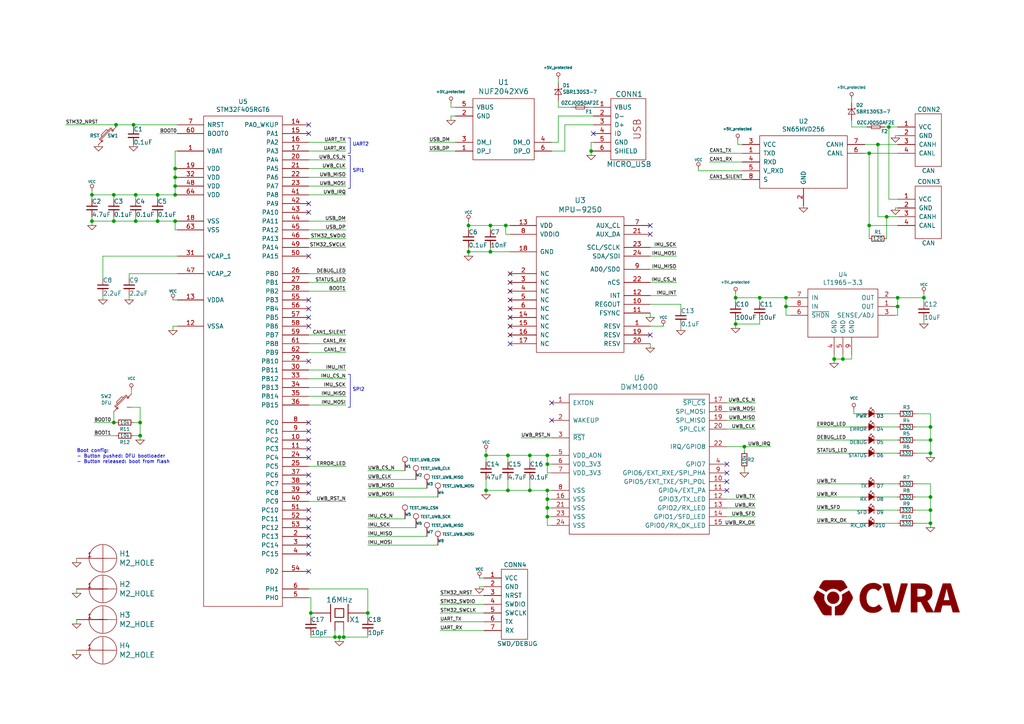
<source format=kicad_sch>
(kicad_sch (version 20230121) (generator eeschema)
  (paper "A4")
  (title_block (title "Beacon board") (date "2018-02-03") (rev "1.1") (company "CVRA (Club Vaudois de Robotique Autonome)") (comment 1 "Universal beacon system board for Eurobot"))
  (junction (at 257.175 62.865))
  (junction (at 260.35 88.9))
  (junction (at 257.81 36.83))
  (junction (at 50.8 53.975))
  (junction (at 244.475 104.14))
  (junction (at 260.35 86.36))
  (junction (at 33.02 56.515))
  (junction (at 45.72 64.135))
  (junction (at 269.875 151.765))
  (junction (at 142.24 65.405))
  (junction (at 38.735 36.195))
  (junction (at 50.8 56.515))
  (junction (at 140.97 142.24))
  (junction (at 39.37 64.135))
  (junction (at 33.02 122.555))
  (junction (at 98.425 184.785))
  (junction (at 106.68 177.8))
  (junction (at 33.02 64.135))
  (junction (at 213.36 86.36))
  (junction (at 146.685 65.405))
  (junction (at 90.17 177.8))
  (junction (at 33.655 36.195))
  (junction (at 50.8 51.435))
  (junction (at 153.67 142.24))
  (junction (at 213.36 93.98))
  (junction (at 99.695 184.785))
  (junction (at 97.155 184.785))
  (junction (at 252.095 65.405))
  (junction (at 158.75 142.24))
  (junction (at 269.875 131.445))
  (junction (at 40.64 122.555))
  (junction (at 50.8 48.895))
  (junction (at 158.75 149.86))
  (junction (at 45.72 56.515))
  (junction (at 158.75 134.62))
  (junction (at 50.8 64.135))
  (junction (at 26.67 56.515))
  (junction (at 140.97 132.08))
  (junction (at 158.75 147.32))
  (junction (at 227.965 86.36))
  (junction (at 220.345 86.36))
  (junction (at 147.32 132.08))
  (junction (at 135.89 65.405))
  (junction (at 158.75 132.08))
  (junction (at 269.875 123.825))
  (junction (at 158.75 144.78))
  (junction (at 252.095 44.45))
  (junction (at 39.37 56.515))
  (junction (at 40.64 126.365))
  (junction (at 267.97 86.36))
  (junction (at 227.965 88.9))
  (junction (at 269.875 144.145))
  (junction (at 254.635 41.91))
  (junction (at 142.24 73.025))
  (junction (at 269.875 147.955))
  (junction (at 147.32 142.24))
  (junction (at 153.67 132.08))
  (junction (at 215.9 129.54))
  (junction (at 135.89 73.025))
  (junction (at 269.875 127.635))
  (junction (at 171.45 43.815))
  (junction (at 26.67 64.135))
  (junction (at 241.935 104.14))
  (no_connect (at 89.535 86.995))
  (no_connect (at 89.535 74.295))
  (no_connect (at 89.535 61.595))
  (no_connect (at 210.82 142.24))
  (no_connect (at 147.955 99.695))
  (no_connect (at 89.535 142.875))
  (no_connect (at 160.02 121.92))
  (no_connect (at 188.595 97.155))
  (no_connect (at 89.535 155.575))
  (no_connect (at 89.535 160.655))
  (no_connect (at 147.955 97.155))
  (no_connect (at 89.535 147.955))
  (no_connect (at 89.535 130.175))
  (no_connect (at 89.535 104.775))
  (no_connect (at 89.535 36.195))
  (no_connect (at 147.955 81.915))
  (no_connect (at 147.955 86.995))
  (no_connect (at 160.02 116.84))
  (no_connect (at 210.82 137.16))
  (no_connect (at 89.535 150.495))
  (no_connect (at 147.955 94.615))
  (no_connect (at 89.535 92.075))
  (no_connect (at 89.535 132.715))
  (no_connect (at 147.955 79.375))
  (no_connect (at 188.595 67.945))
  (no_connect (at 89.535 122.555))
  (no_connect (at 89.535 59.055))
  (no_connect (at 147.955 92.075))
  (no_connect (at 89.535 125.095))
  (no_connect (at 89.535 127.635))
  (no_connect (at 89.535 89.535))
  (no_connect (at 147.955 84.455))
  (no_connect (at 89.535 165.735))
  (no_connect (at 188.595 65.405))
  (no_connect (at 210.82 134.62))
  (no_connect (at 147.955 89.535))
  (no_connect (at 89.535 140.335))
  (no_connect (at 89.535 137.795))
  (no_connect (at 89.535 153.035))
  (no_connect (at 172.085 38.735))
  (no_connect (at 89.535 38.735))
  (no_connect (at 210.82 139.7))
  (no_connect (at 89.535 94.615))
  (no_connect (at 89.535 158.115))
  (wire (pts (xy 247.65 120.015) (xy 250.19 120.015)))
  (wire (pts (xy 215.9 130.81) (xy 215.9 129.54)))
  (wire (pts (xy 153.67 132.08) (xy 153.67 133.985)))
  (wire (pts (xy 38.735 122.555) (xy 40.64 122.555)))
  (wire (pts (xy 241.935 104.14) (xy 244.475 104.14)))
  (wire (pts (xy 37.465 86.995) (xy 37.465 85.725)))
  (wire (pts (xy 213.36 93.98) (xy 213.36 95.25)))
  (wire (pts (xy 29.845 74.295) (xy 51.435 74.295)))
  (wire (pts (xy 89.535 173.355) (xy 90.17 173.355)))
  (wire (pts (xy 50.165 86.995) (xy 51.435 86.995)))
  (wire (pts (xy 255.27 140.335) (xy 260.35 140.335)))
  (wire (pts (xy 259.715 60.96) (xy 259.715 60.325)))
  (wire (pts (xy 250.825 44.45) (xy 252.095 44.45)))
  (wire (pts (xy 100.33 84.455) (xy 89.535 84.455)))
  (wire (pts (xy 153.67 142.24) (xy 158.75 142.24)))
  (wire (pts (xy 158.75 142.24) (xy 158.75 144.78)))
  (wire (pts (xy 100.33 135.255) (xy 89.535 135.255)))
  (wire (pts (xy 269.875 147.955) (xy 265.43 147.955)))
  (wire (pts (xy 38.735 36.195) (xy 38.735 36.83)))
  (wire (pts (xy 100.33 48.895) (xy 89.535 48.895)))
  (wire (pts (xy 257.81 36.83) (xy 260.35 36.83)))
  (wire (pts (xy 244.475 104.14) (xy 247.015 104.14)))
  (wire (pts (xy 142.24 73.025) (xy 147.955 73.025)))
  (wire (pts (xy 29.845 86.995) (xy 29.845 85.725)))
  (wire (pts (xy 255.27 144.145) (xy 260.35 144.145)))
  (wire (pts (xy 171.45 41.275) (xy 171.45 43.815)))
  (wire (pts (xy 250.19 140.335) (xy 236.855 140.335)))
  (wire (pts (xy 97.155 184.785) (xy 97.155 182.88)))
  (wire (pts (xy 171.45 43.815) (xy 172.085 43.815)))
  (wire (pts (xy 259.715 86.36) (xy 260.35 86.36)))
  (wire (pts (xy 100.33 97.155) (xy 89.535 97.155)))
  (wire (pts (xy 250.19 144.145) (xy 236.855 144.145)))
  (wire (pts (xy 100.33 71.755) (xy 89.535 71.755)))
  (wire (pts (xy 140.97 142.24) (xy 140.97 143.51)))
  (wire (pts (xy 269.875 144.145) (xy 265.43 144.145)))
  (wire (pts (xy 100.33 81.915) (xy 89.535 81.915)))
  (wire (pts (xy 213.995 40.64) (xy 213.995 41.91)))
  (wire (pts (xy 90.17 177.8) (xy 90.17 179.07)))
  (wire (pts (xy 252.095 65.405) (xy 260.35 65.405)))
  (wire (pts (xy 45.72 56.515) (xy 50.8 56.515)))
  (wire (pts (xy 40.64 118.11) (xy 40.64 122.555)))
  (wire (pts (xy 147.32 132.08) (xy 153.67 132.08)))
  (wire (pts (xy 219.075 121.92) (xy 210.82 121.92)))
  (wire (pts (xy 106.68 184.785) (xy 106.68 184.15)))
  (wire (pts (xy 252.095 65.405) (xy 252.095 69.215)))
  (wire (pts (xy 29.845 80.645) (xy 29.845 74.295)))
  (wire (pts (xy 188.595 90.805) (xy 188.595 92.075)))
  (wire (pts (xy 227.965 88.9) (xy 227.965 91.44)))
  (wire (pts (xy 100.33 112.395) (xy 89.535 112.395)))
  (wire (pts (xy 106.68 150.495) (xy 117.475 150.495)))
  (wire (pts (xy 22.225 163.195) (xy 22.225 161.925)))
  (wire (pts (xy 139.065 170.18) (xy 140.335 170.18)))
  (wire (pts (xy 227.965 86.36) (xy 227.965 88.9)))
  (polyline (pts (xy 101.6 40.005) (xy 101.6 44.45)))
  (wire (pts (xy 22.225 189.865) (xy 22.225 188.595)))
  (wire (pts (xy 250.19 151.765) (xy 236.855 151.765)))
  (wire (pts (xy 210.82 147.32) (xy 219.075 147.32)))
  (wire (pts (xy 269.875 151.765) (xy 269.875 153.035)))
  (wire (pts (xy 151.13 127) (xy 160.02 127)))
  (wire (pts (xy 250.19 147.955) (xy 236.855 147.955)))
  (polyline (pts (xy 101.6 45.085) (xy 101.6 54.61)))
  (wire (pts (xy 158.75 152.4) (xy 160.02 152.4)))
  (wire (pts (xy 161.925 41.275) (xy 161.925 33.655)))
  (wire (pts (xy 90.17 177.8) (xy 90.805 177.8)))
  (wire (pts (xy 241.935 104.14) (xy 241.935 105.41)))
  (wire (pts (xy 244.475 104.14) (xy 244.475 102.87)))
  (wire (pts (xy 158.75 134.62) (xy 160.02 134.62)))
  (wire (pts (xy 106.68 136.525) (xy 117.475 136.525)))
  (wire (pts (xy 210.82 119.38) (xy 219.075 119.38)))
  (wire (pts (xy 100.33 109.855) (xy 89.535 109.855)))
  (wire (pts (xy 106.68 153.035) (xy 120.65 153.035)))
  (wire (pts (xy 33.02 56.515) (xy 33.02 57.785)))
  (wire (pts (xy 213.995 41.91) (xy 215.265 41.91)))
  (wire (pts (xy 252.095 44.45) (xy 260.35 44.45)))
  (wire (pts (xy 45.72 56.515) (xy 45.72 57.785)))
  (wire (pts (xy 259.715 88.9) (xy 260.35 88.9)))
  (wire (pts (xy 257.175 62.865) (xy 260.35 62.865)))
  (wire (pts (xy 50.8 51.435) (xy 50.8 48.895)))
  (wire (pts (xy 196.215 81.915) (xy 188.595 81.915)))
  (wire (pts (xy 188.595 88.265) (xy 197.485 88.265)))
  (wire (pts (xy 135.89 64.135) (xy 135.89 65.405)))
  (wire (pts (xy 100.33 69.215) (xy 89.535 69.215)))
  (wire (pts (xy 205.74 52.07) (xy 215.265 52.07)))
  (wire (pts (xy 269.875 144.145) (xy 269.875 147.955)))
  (wire (pts (xy 255.27 147.955) (xy 260.35 147.955)))
  (wire (pts (xy 210.82 144.78) (xy 219.075 144.78)))
  (wire (pts (xy 220.345 86.36) (xy 227.965 86.36)))
  (wire (pts (xy 219.075 116.84) (xy 210.82 116.84)))
  (wire (pts (xy 106.68 155.575) (xy 123.825 155.575)))
  (wire (pts (xy 259.715 39.37) (xy 259.715 40.005)))
  (wire (pts (xy 106.68 170.815) (xy 106.68 177.8)))
  (wire (pts (xy 146.685 65.405) (xy 147.955 65.405)))
  (wire (pts (xy 26.67 64.135) (xy 26.67 65.405)))
  (wire (pts (xy 50.8 48.895) (xy 50.8 43.815)))
  (wire (pts (xy 254.635 41.91) (xy 260.35 41.91)))
  (wire (pts (xy 202.565 48.895) (xy 202.565 49.53)))
  (wire (pts (xy 213.36 86.36) (xy 220.345 86.36)))
  (wire (pts (xy 100.33 117.475) (xy 89.535 117.475)))
  (wire (pts (xy 51.435 38.735) (xy 46.355 38.735)))
  (wire (pts (xy 205.74 46.99) (xy 215.265 46.99)))
  (wire (pts (xy 213.36 85.09) (xy 213.36 86.36)))
  (wire (pts (xy 106.68 177.8) (xy 106.68 179.07)))
  (wire (pts (xy 51.435 66.675) (xy 50.8 66.675)))
  (wire (pts (xy 100.33 41.275) (xy 89.535 41.275)))
  (wire (pts (xy 97.155 184.785) (xy 98.425 184.785)))
  (wire (pts (xy 188.595 94.615) (xy 192.405 94.615)))
  (wire (pts (xy 39.37 64.135) (xy 39.37 62.865)))
  (wire (pts (xy 269.875 123.825) (xy 265.43 123.825)))
  (wire (pts (xy 213.36 92.71) (xy 213.36 93.98)))
  (wire (pts (xy 50.8 56.515) (xy 50.8 53.975)))
  (wire (pts (xy 210.82 129.54) (xy 215.9 129.54)))
  (wire (pts (xy 247.015 34.925) (xy 247.015 36.83)))
  (wire (pts (xy 269.875 127.635) (xy 269.875 131.445)))
  (wire (pts (xy 250.19 131.445) (xy 236.855 131.445)))
  (wire (pts (xy 127.635 177.8) (xy 140.335 177.8)))
  (wire (pts (xy 139.065 167.64) (xy 140.335 167.64)))
  (wire (pts (xy 100.33 53.975) (xy 89.535 53.975)))
  (wire (pts (xy 99.695 184.785) (xy 106.68 184.785)))
  (wire (pts (xy 140.97 130.81) (xy 140.97 132.08)))
  (wire (pts (xy 50.8 43.815) (xy 51.435 43.815)))
  (wire (pts (xy 40.64 127.635) (xy 40.64 126.365)))
  (wire (pts (xy 269.875 127.635) (xy 265.43 127.635)))
  (wire (pts (xy 38.1 113.03) (xy 38.1 114.3)))
  (wire (pts (xy 153.67 139.065) (xy 153.67 142.24)))
  (wire (pts (xy 50.8 66.675) (xy 50.8 64.135)))
  (wire (pts (xy 269.875 140.335) (xy 265.43 140.335)))
  (wire (pts (xy 89.535 99.695) (xy 100.33 99.695)))
  (wire (pts (xy 39.37 57.785) (xy 39.37 56.515)))
  (wire (pts (xy 142.24 73.025) (xy 142.24 71.755)))
  (wire (pts (xy 158.75 147.32) (xy 160.02 147.32)))
  (wire (pts (xy 39.37 56.515) (xy 45.72 56.515)))
  (wire (pts (xy 51.435 51.435) (xy 50.8 51.435)))
  (wire (pts (xy 247.015 28.575) (xy 247.015 29.845)))
  (wire (pts (xy 255.27 151.765) (xy 260.35 151.765)))
  (wire (pts (xy 147.32 142.24) (xy 153.67 142.24)))
  (wire (pts (xy 255.27 131.445) (xy 260.35 131.445)))
  (wire (pts (xy 142.24 65.405) (xy 146.685 65.405)))
  (wire (pts (xy 196.215 85.725) (xy 188.595 85.725)))
  (wire (pts (xy 254.635 62.865) (xy 257.175 62.865)))
  (wire (pts (xy 33.02 56.515) (xy 39.37 56.515)))
  (wire (pts (xy 205.74 44.45) (xy 215.265 44.45)))
  (wire (pts (xy 147.32 132.08) (xy 147.32 133.985)))
  (wire (pts (xy 158.75 137.16) (xy 160.02 137.16)))
  (wire (pts (xy 142.24 66.675) (xy 142.24 65.405)))
  (wire (pts (xy 40.64 122.555) (xy 40.64 126.365)))
  (wire (pts (xy 259.715 60.325) (xy 260.35 60.325)))
  (wire (pts (xy 210.82 149.86) (xy 219.075 149.86)))
  (wire (pts (xy 38.735 42.545) (xy 38.735 41.91)))
  (wire (pts (xy 197.485 95.885) (xy 197.485 94.615)))
  (wire (pts (xy 100.33 114.935) (xy 89.535 114.935)))
  (wire (pts (xy 40.64 126.365) (xy 38.735 126.365)))
  (wire (pts (xy 22.225 180.975) (xy 22.225 179.705)))
  (wire (pts (xy 50.8 53.975) (xy 51.435 53.975)))
  (wire (pts (xy 135.89 73.025) (xy 135.89 74.295)))
  (wire (pts (xy 161.925 29.21) (xy 161.925 31.115)))
  (polyline (pts (xy 101.6 44.45) (xy 100.965 44.45)))
  (polyline (pts (xy 100.965 108.585) (xy 101.6 108.585)))
  (wire (pts (xy 158.75 142.24) (xy 160.02 142.24)))
  (wire (pts (xy 267.97 93.98) (xy 267.97 92.71)))
  (wire (pts (xy 140.97 132.08) (xy 147.32 132.08)))
  (wire (pts (xy 257.175 69.215) (xy 257.175 62.865)))
  (wire (pts (xy 227.965 91.44) (xy 229.235 91.44)))
  (wire (pts (xy 100.33 43.815) (xy 89.535 43.815)))
  (wire (pts (xy 257.81 57.785) (xy 260.35 57.785)))
  (polyline (pts (xy 101.6 108.585) (xy 101.6 118.11)))
  (wire (pts (xy 250.825 41.91) (xy 254.635 41.91)))
  (wire (pts (xy 33.655 36.83) (xy 33.655 36.195)))
  (polyline (pts (xy 100.965 45.085) (xy 101.6 45.085)))
  (wire (pts (xy 196.215 74.295) (xy 188.595 74.295)))
  (wire (pts (xy 45.72 64.135) (xy 45.72 62.865)))
  (wire (pts (xy 158.75 132.08) (xy 158.75 134.62)))
  (wire (pts (xy 269.875 120.015) (xy 269.875 123.825)))
  (wire (pts (xy 135.89 65.405) (xy 142.24 65.405)))
  (wire (pts (xy 89.535 102.235) (xy 100.33 102.235)))
  (wire (pts (xy 135.89 73.025) (xy 142.24 73.025)))
  (wire (pts (xy 127.635 172.72) (xy 140.335 172.72)))
  (wire (pts (xy 106.68 158.115) (xy 127 158.115)))
  (wire (pts (xy 33.02 119.38) (xy 33.02 122.555)))
  (wire (pts (xy 260.35 91.44) (xy 259.715 91.44)))
  (wire (pts (xy 260.35 39.37) (xy 259.715 39.37)))
  (wire (pts (xy 196.215 71.755) (xy 188.595 71.755)))
  (wire (pts (xy 22.225 172.085) (xy 22.225 170.815)))
  (wire (pts (xy 146.685 65.405) (xy 146.685 67.945)))
  (polyline (pts (xy 101.6 118.11) (xy 100.965 118.11)))
  (wire (pts (xy 158.75 144.78) (xy 160.02 144.78)))
  (wire (pts (xy 106.68 139.065) (xy 120.65 139.065)))
  (wire (pts (xy 172.085 36.195) (xy 163.83 36.195)))
  (wire (pts (xy 100.33 66.675) (xy 89.535 66.675)))
  (wire (pts (xy 26.67 55.245) (xy 26.67 56.515)))
  (wire (pts (xy 50.8 48.895) (xy 51.435 48.895)))
  (wire (pts (xy 161.925 33.655) (xy 172.085 33.655)))
  (wire (pts (xy 140.335 175.26) (xy 127.635 175.26)))
  (wire (pts (xy 26.67 64.135) (xy 33.02 64.135)))
  (wire (pts (xy 269.875 147.955) (xy 269.875 151.765)))
  (wire (pts (xy 130.81 29.845) (xy 130.81 31.115)))
  (wire (pts (xy 33.02 122.555) (xy 27.305 122.555)))
  (wire (pts (xy 202.565 49.53) (xy 215.265 49.53)))
  (wire (pts (xy 250.19 127.635) (xy 236.855 127.635)))
  (wire (pts (xy 267.97 86.36) (xy 267.97 87.63)))
  (wire (pts (xy 90.17 173.355) (xy 90.17 177.8)))
  (wire (pts (xy 171.45 41.275) (xy 172.085 41.275)))
  (wire (pts (xy 158.75 149.86) (xy 158.75 152.4)))
  (wire (pts (xy 90.17 184.785) (xy 97.155 184.785)))
  (wire (pts (xy 19.05 36.195) (xy 33.655 36.195)))
  (wire (pts (xy 28.575 42.545) (xy 28.575 41.91)))
  (wire (pts (xy 247.015 104.14) (xy 247.015 102.87)))
  (wire (pts (xy 197.485 88.265) (xy 197.485 89.535)))
  (wire (pts (xy 135.89 65.405) (xy 135.89 66.675)))
  (wire (pts (xy 124.46 41.275) (xy 132.08 41.275)))
  (wire (pts (xy 161.925 22.86) (xy 161.925 24.13)))
  (wire (pts (xy 98.425 184.785) (xy 98.425 186.055)))
  (wire (pts (xy 213.36 86.36) (xy 213.36 87.63)))
  (wire (pts (xy 158.75 144.78) (xy 158.75 147.32)))
  (wire (pts (xy 269.875 151.765) (xy 265.43 151.765)))
  (wire (pts (xy 106.68 141.605) (xy 123.825 141.605)))
  (wire (pts (xy 99.695 184.785) (xy 99.695 182.88)))
  (wire (pts (xy 26.67 62.865) (xy 26.67 64.135)))
  (wire (pts (xy 255.27 123.825) (xy 260.35 123.825)))
  (wire (pts (xy 100.33 56.515) (xy 89.535 56.515)))
  (polyline (pts (xy 101.6 54.61) (xy 100.965 54.61)))
  (wire (pts (xy 158.75 149.86) (xy 160.02 149.86)))
  (wire (pts (xy 161.925 31.115) (xy 165.735 31.115)))
  (wire (pts (xy 89.535 170.815) (xy 106.68 170.815)))
  (wire (pts (xy 139.065 170.815) (xy 139.065 170.18)))
  (wire (pts (xy 127.635 182.88) (xy 140.335 182.88)))
  (wire (pts (xy 257.81 57.785) (xy 257.81 36.83)))
  (wire (pts (xy 153.67 132.08) (xy 158.75 132.08)))
  (wire (pts (xy 170.815 31.115) (xy 172.085 31.115)))
  (wire (pts (xy 51.435 79.375) (xy 37.465 79.375)))
  (wire (pts (xy 163.83 43.815) (xy 160.02 43.815)))
  (wire (pts (xy 269.875 131.445) (xy 269.875 132.715)))
  (wire (pts (xy 100.33 51.435) (xy 89.535 51.435)))
  (wire (pts (xy 227.965 88.9) (xy 229.235 88.9)))
  (wire (pts (xy 147.32 139.065) (xy 147.32 142.24)))
  (wire (pts (xy 130.81 34.925) (xy 130.81 33.655)))
  (wire (pts (xy 132.08 43.815) (xy 124.46 43.815)))
  (wire (pts (xy 210.82 124.46) (xy 219.075 124.46)))
  (wire (pts (xy 135.89 71.755) (xy 135.89 73.025)))
  (wire (pts (xy 50.165 95.885) (xy 50.165 94.615)))
  (wire (pts (xy 50.8 64.135) (xy 51.435 64.135)))
  (wire (pts (xy 27.305 126.365) (xy 33.655 126.365)))
  (wire (pts (xy 39.37 64.135) (xy 45.72 64.135)))
  (wire (pts (xy 171.45 43.815) (xy 171.45 45.085)))
  (wire (pts (xy 140.335 180.34) (xy 127.635 180.34)))
  (wire (pts (xy 50.8 53.975) (xy 50.8 51.435)))
  (wire (pts (xy 146.685 67.945) (xy 147.955 67.945)))
  (wire (pts (xy 45.72 64.135) (xy 50.8 64.135)))
  (wire (pts (xy 100.33 145.415) (xy 89.535 145.415)))
  (wire (pts (xy 267.97 85.09) (xy 267.97 86.36)))
  (wire (pts (xy 210.82 152.4) (xy 219.075 152.4)))
  (wire (pts (xy 140.97 132.08) (xy 140.97 133.985)))
  (wire (pts (xy 130.81 33.655) (xy 132.08 33.655)))
  (wire (pts (xy 130.81 31.115) (xy 132.08 31.115)))
  (wire (pts (xy 26.67 56.515) (xy 26.67 57.785)))
  (wire (pts (xy 89.535 107.315) (xy 100.33 107.315)))
  (wire (pts (xy 163.83 36.195) (xy 163.83 43.815)))
  (wire (pts (xy 33.655 122.555) (xy 33.02 122.555)))
  (wire (pts (xy 90.17 184.15) (xy 90.17 184.785)))
  (wire (pts (xy 247.015 36.83) (xy 251.46 36.83)))
  (wire (pts (xy 256.54 36.83) (xy 257.81 36.83)))
  (wire (pts (xy 220.345 93.98) (xy 220.345 92.71)))
  (wire (pts (xy 158.75 147.32) (xy 158.75 149.86)))
  (wire (pts (xy 269.875 131.445) (xy 265.43 131.445)))
  (wire (pts (xy 33.02 64.135) (xy 39.37 64.135)))
  (wire (pts (xy 106.68 177.8) (xy 106.045 177.8)))
  (wire (pts (xy 215.9 137.16) (xy 215.9 135.89)))
  (wire (pts (xy 100.33 79.375) (xy 89.535 79.375)))
  (wire (pts (xy 106.68 144.145) (xy 127 144.145)))
  (wire (pts (xy 250.19 123.825) (xy 236.855 123.825)))
  (wire (pts (xy 247.65 118.745) (xy 247.65 120.015)))
  (wire (pts (xy 269.875 120.015) (xy 265.43 120.015)))
  (wire (pts (xy 188.595 99.695) (xy 188.595 100.965)))
  (wire (pts (xy 160.02 41.275) (xy 161.925 41.275)))
  (wire (pts (xy 215.9 129.54) (xy 223.52 129.54)))
  (wire (pts (xy 269.875 123.825) (xy 269.875 127.635)))
  (wire (pts (xy 89.535 64.135) (xy 100.33 64.135)))
  (wire (pts (xy 227.965 86.36) (xy 229.235 86.36)))
  (wire (pts (xy 254.635 62.865) (xy 254.635 41.91)))
  (wire (pts (xy 33.655 36.195) (xy 38.735 36.195)))
  (wire (pts (xy 252.095 44.45) (xy 252.095 65.405)))
  (wire (pts (xy 140.97 142.24) (xy 147.32 142.24)))
  (wire (pts (xy 158.75 134.62) (xy 158.75 137.16)))
  (wire (pts (xy 269.875 140.335) (xy 269.875 144.145)))
  (wire (pts (xy 260.35 86.36) (xy 267.97 86.36)))
  (wire (pts (xy 38.1 118.11) (xy 40.64 118.11)))
  (wire (pts (xy 233.045 60.325) (xy 233.045 59.69)))
  (wire (pts (xy 255.27 127.635) (xy 260.35 127.635)))
  (wire (pts (xy 38.735 36.195) (xy 51.435 36.195)))
  (wire (pts (xy 241.935 102.87) (xy 241.935 104.14)))
  (wire (pts (xy 140.97 139.065) (xy 140.97 142.24)))
  (wire (pts (xy 158.75 132.08) (xy 160.02 132.08)))
  (wire (pts (xy 98.425 184.785) (xy 99.695 184.785)))
  (wire (pts (xy 50.165 94.615) (xy 51.435 94.615)))
  (wire (pts (xy 33.02 64.135) (xy 33.02 62.865)))
  (wire (pts (xy 255.27 120.015) (xy 260.35 120.015)))
  (wire (pts (xy 37.465 79.375) (xy 37.465 80.645)))
  (wire (pts (xy 260.35 88.9) (xy 260.35 91.44)))
  (wire (pts (xy 196.215 78.105) (xy 188.595 78.105)))
  (wire (pts (xy 260.35 86.36) (xy 260.35 88.9)))
  (polyline (pts (xy 100.965 40.005) (xy 101.6 40.005)))
  (wire (pts (xy 220.345 87.63) (xy 220.345 86.36)))
  (wire (pts (xy 26.67 56.515) (xy 33.02 56.515)))
  (wire (pts (xy 50.8 56.515) (xy 51.435 56.515)))
  (wire (pts (xy 100.33 46.355) (xy 89.535 46.355)))
  (wire (pts (xy 213.36 93.98) (xy 220.345 93.98)))
  (text "SPI1" (at 102.235 50.165 0) (effects (font (size 0.9906 0.9906)) (justify left bottom)))
  (text "SPI2" (at 102.235 113.665 0) (effects (font (size 0.9906 0.9906)) (justify left bottom)))
  (text "Boot config:\n- Button pushed: DFU bootloader\n- Button released: boot from flash" (at 22.225 134.62 0) (effects (font (size 0.9906 0.9906)) (justify left bottom)))
  (text "UART2" (at 102.235 42.545 0) (effects (font (size 0.9906 0.9906)) (justify left bottom)))
  (label "STM32_SWCLK" (at 127.635 177.8 0) (effects (font (size 0.9906 0.9906))))
  (label "USB_DM" (at 100.33 64.135 180) (effects (font (size 0.9906 0.9906))))
  (label "CAN1_SILENT" (at 205.74 52.07 0) (effects (font (size 0.9906 0.9906))))
  (label "IMU_MOSI" (at 100.33 117.475 180) (effects (font (size 0.9906 0.9906))))
  (label "UWB_RX" (at 219.075 147.32 180) (effects (font (size 0.9906 0.9906))))
  (label "DEBUG_LED" (at 100.33 79.375 180) (effects (font (size 0.9906 0.9906))))
  (label "UWB_CS_N" (at 219.075 116.84 180) (effects (font (size 0.9906 0.9906))))
  (label "UWB_IRQ" (at 100.33 56.515 180) (effects (font (size 0.9906 0.9906))))
  (label "IMU_CS_N" (at 196.215 81.915 180) (effects (font (size 0.9906 0.9906))))
  (label "UWB_MOSI" (at 100.33 53.975 180) (effects (font (size 0.9906 0.9906))))
  (label "STM32_SWDIO" (at 100.33 69.215 180) (effects (font (size 0.9906 0.9906))))
  (label "DEBUG_LED" (at 236.855 127.635 0) (effects (font (size 0.9906 0.9906))))
  (label "CAN1_TX" (at 205.74 44.45 0) (effects (font (size 0.9906 0.9906))))
  (label "UWB_RX_OK" (at 219.075 152.4 180) (effects (font (size 0.9906 0.9906))))
  (label "IMU_CS_N" (at 106.68 150.495 0) (effects (font (size 0.9906 0.9906))))
  (label "UWB_MISO" (at 219.075 121.92 180) (effects (font (size 0.9906 0.9906))))
  (label "UWB_CLK" (at 100.33 48.895 180) (effects (font (size 0.9906 0.9906))))
  (label "BOOT1" (at 27.305 126.365 0) (effects (font (size 0.9906 0.9906))))
  (label "UWB_CS_N" (at 106.68 136.525 0) (effects (font (size 0.9906 0.9906))))
  (label "UWB_TX" (at 219.075 144.78 180) (effects (font (size 0.9906 0.9906))))
  (label "USB_DM" (at 124.46 41.275 0) (effects (font (size 0.9906 0.9906))))
  (label "STATUS_LED" (at 236.855 131.445 0) (effects (font (size 0.9906 0.9906))))
  (label "UART_RX" (at 127.635 182.88 0) (effects (font (size 0.9906 0.9906))))
  (label "UWB_RX" (at 236.855 144.145 0) (effects (font (size 0.9906 0.9906))))
  (label "CAN1_RX" (at 100.33 99.695 180) (effects (font (size 0.9906 0.9906))))
  (label "BOOT1" (at 100.33 84.455 180) (effects (font (size 0.9906 0.9906))))
  (label "UART_TX" (at 100.33 41.275 180) (effects (font (size 0.9906 0.9906))))
  (label "CAN1_TX" (at 100.33 102.235 180) (effects (font (size 0.9906 0.9906))))
  (label "UWB_CS_N" (at 100.33 46.355 180) (effects (font (size 0.9906 0.9906))))
  (label "IMU_INT" (at 196.215 85.725 180) (effects (font (size 0.9906 0.9906))))
  (label "UWB_TX" (at 236.855 140.335 0) (effects (font (size 0.9906 0.9906))))
  (label "USB_DP" (at 100.33 66.675 180) (effects (font (size 0.9906 0.9906))))
  (label "UWB_MOSI" (at 106.68 144.145 0) (effects (font (size 0.9906 0.9906))))
  (label "IMU_SCK" (at 100.33 112.395 180) (effects (font (size 0.9906 0.9906))))
  (label "UWB_RX_OK" (at 236.855 151.765 0) (effects (font (size 0.9906 0.9906))))
  (label "IMU_MOSI" (at 106.68 158.115 0) (effects (font (size 0.9906 0.9906))))
  (label "BOOT0" (at 27.305 122.555 0) (effects (font (size 0.9906 0.9906))))
  (label "UART_TX" (at 127.635 180.34 0) (effects (font (size 0.9906 0.9906))))
  (label "UWB_SFD" (at 236.855 147.955 0) (effects (font (size 0.9906 0.9906))))
  (label "BOOT0" (at 46.355 38.735 0) (effects (font (size 0.9906 0.9906))))
  (label "UWB_MISO" (at 100.33 51.435 180) (effects (font (size 0.9906 0.9906))))
  (label "IMU_SCK" (at 106.68 153.035 0) (effects (font (size 0.9906 0.9906))))
  (label "UWB_MOSI" (at 219.075 119.38 180) (effects (font (size 0.9906 0.9906))))
  (label "IMU_SCK" (at 196.215 71.755 180) (effects (font (size 0.9906 0.9906))))
  (label "UWB_IRQ" (at 223.52 129.54 180) (effects (font (size 0.9906 0.9906))))
  (label "IMU_CS_N" (at 100.33 109.855 180) (effects (font (size 0.9906 0.9906))))
  (label "UWB_CLK" (at 106.68 139.065 0) (effects (font (size 0.9906 0.9906))))
  (label "STATUS_LED" (at 100.33 81.915 180) (effects (font (size 0.9906 0.9906))))
  (label "IMU_MOSI" (at 196.215 74.295 180) (effects (font (size 0.9906 0.9906))))
  (label "CAN1_SILENT" (at 100.33 97.155 180) (effects (font (size 0.9906 0.9906))))
  (label "IMU_INT" (at 100.33 107.315 180) (effects (font (size 0.9906 0.9906))))
  (label "CAN1_RX" (at 205.74 46.99 0) (effects (font (size 0.9906 0.9906))))
  (label "UWB_MISO" (at 106.68 141.605 0) (effects (font (size 0.9906 0.9906))))
  (label "UWB_RST_N" (at 100.33 145.415 180) (effects (font (size 0.9906 0.9906))))
  (label "IMU_MISO" (at 196.215 78.105 180) (effects (font (size 0.9906 0.9906))))
  (label "STM32_NRST" (at 19.05 36.195 0) (effects (font (size 0.9906 0.9906))))
  (label "IMU_MISO" (at 100.33 114.935 180) (effects (font (size 0.9906 0.9906))))
  (label "USB_DP" (at 124.46 43.815 0) (effects (font (size 0.9906 0.9906))))
  (label "UWB_RST_N" (at 151.13 127 0) (effects (font (size 0.9906 0.9906))))
  (label "IMU_MISO" (at 106.68 155.575 0) (effects (font (size 0.9906 0.9906))))
  (label "UART_RX" (at 100.33 43.815 180) (effects (font (size 0.9906 0.9906))))
  (label "UWB_CLK" (at 219.075 124.46 180) (effects (font (size 0.9906 0.9906))))
  (label "STM32_NRST" (at 127.635 172.72 0) (effects (font (size 0.9906 0.9906))))
  (label "ERROR_LED" (at 236.855 123.825 0) (effects (font (size 0.9906 0.9906))))
  (label "ERROR_LED" (at 100.33 135.255 180) (effects (font (size 0.9906 0.9906))))
  (label "UWB_SFD" (at 219.075 149.86 180) (effects (font (size 0.9906 0.9906))))
  (label "STM32_SWCLK" (at 100.33 71.755 180) (effects (font (size 0.9906 0.9906))))
  (label "STM32_SWDIO" (at 127.635 175.26 0) (effects (font (size 0.9906 0.9906))))
  (symbol (lib_id "beacon-rescue:C_Small-device1") (at 38.735 39.37 0) (unit 1)
    (property "Reference" "C1" (at 38.735 37.465 0) (effects (justify left)))
    (property "Value" "0.1uF" (at 38.735 41.275 0) (effects (justify left)))
    (property "Footprint" "_std:C_0603" (effects hide))
  )
  (symbol (lib_id "beacon-rescue:GND-power1") (at 38.735 42.545 0) (unit 1)
    (property "Reference" "#PWR01" (effects hide))
    (property "Value" "GND" (effects hide))
  )
  (symbol (lib_id "beacon-rescue:C_Small-device1") (at 45.72 60.325 0) (unit 1)
    (property "Reference" "C5" (at 45.72 58.42 0) (effects (justify left)))
    (property "Value" "0.1uF" (at 45.72 62.23 0) (effects (justify left)))
    (property "Footprint" "_std:C_0603" (effects hide))
  )
  (symbol (lib_id "beacon-rescue:C_Small-device1") (at 39.37 60.325 0) (unit 1)
    (property "Reference" "C4" (at 39.37 58.42 0) (effects (justify left)))
    (property "Value" "0.1uF" (at 39.37 62.23 0) (effects (justify left)))
    (property "Footprint" "_std:C_0603" (effects hide))
  )
  (symbol (lib_id "beacon-rescue:C_Small-device1") (at 33.02 60.325 0) (unit 1)
    (property "Reference" "C3" (at 33.02 58.42 0) (effects (justify left)))
    (property "Value" "0.1uF" (at 33.02 62.23 0) (effects (justify left)))
    (property "Footprint" "_std:C_0603" (effects hide))
  )
  (symbol (lib_id "beacon-rescue:VCC-power1") (at 26.67 55.245 0) (unit 1)
    (property "Reference" "#PWR020" (effects hide))
    (property "Value" "VCC" (at 26.67 52.705 0) (effects (font (size 0.762 0.762))))
  )
  (symbol (lib_id "beacon-rescue:GND-power1") (at 26.67 65.405 0) (unit 1)
    (property "Reference" "#PWR03" (effects hide))
    (property "Value" "GND" (effects hide))
  )
  (symbol (lib_id "beacon-rescue:VCC-power1") (at 50.165 86.995 0) (unit 1)
    (property "Reference" "#PWR04" (effects hide))
    (property "Value" "VCC" (at 50.165 84.455 0) (effects (font (size 0.762 0.762))))
  )
  (symbol (lib_id "beacon-rescue:GND-power1") (at 50.165 95.885 0) (unit 1)
    (property "Reference" "#PWR05" (effects hide))
    (property "Value" "GND" (effects hide))
  )
  (symbol (lib_id "beacon-rescue:XTAL-SMD-4-PADS-_div") (at 98.425 177.8 0) (unit 1)
    (property "Reference" "X1" (at 102.87 179.705 0) (effects (font (size 1.524 1.524))))
    (property "Value" "16MHz" (at 98.425 173.99 0) (effects (font (size 1.524 1.524))))
    (property "Footprint" "_div:XTAL_ABMM2" (effects hide))
  )
  (symbol (lib_id "beacon-rescue:STM32F415RGT6-_stm32") (at 70.485 108.585 0) (unit 1)
    (property "Reference" "U5" (at 70.485 29.464 0))
    (property "Value" "STM32F405RGT6" (at 70.485 31.7754 0))
    (property "Footprint" "_lqfp:_LQFP64" (effects hide))
    (property "Datasheet" "DOCUMENTATION" (effects hide))
  )
  (symbol (lib_id "beacon-rescue:GND-power1") (at 98.425 186.055 0) (unit 1)
    (property "Reference" "#PWR06" (effects hide))
    (property "Value" "GND" (effects hide))
  )
  (symbol (lib_id "beacon-rescue:C_Small-device1") (at 90.17 181.61 0) (unit 1)
    (property "Reference" "C17" (at 90.17 179.705 0) (effects (justify left)))
    (property "Value" "10pF" (at 90.17 183.515 0) (effects (justify left)))
    (property "Footprint" "_std:C_0603" (effects hide))
  )
  (symbol (lib_id "beacon-rescue:C_Small-device1") (at 26.67 60.325 0) (unit 1)
    (property "Reference" "C2" (at 26.67 58.42 0) (effects (justify left)))
    (property "Value" "4.7uF" (at 26.67 62.23 0) (effects (justify left)))
    (property "Footprint" "_std:C_0603" (effects hide))
  )
  (symbol (lib_id "beacon-rescue:C_Small-device1") (at 106.68 181.61 0) (unit 1)
    (property "Reference" "C18" (at 106.68 179.705 0) (effects (justify left)))
    (property "Value" "10pF" (at 106.68 183.515 0) (effects (justify left)))
    (property "Footprint" "_std:C_0603" (effects hide))
  )
  (symbol (lib_id "beacon-rescue:SWD_DEBUG-RESCUE-beacon-beacon-rescue") (at 149.225 175.26 0) (unit 1)
    (property "Reference" "CONN4" (at 146.05 163.83 0) (effects (justify left)))
    (property "Value" "SWD/DEBUG" (at 144.145 186.69 0) (effects (justify left)))
    (property "Footprint" "_connectors:_Molex-PicoBlade-SMD-7" (effects hide))
    (property "Datasheet" "DOCUMENTATION" (effects hide))
  )
  (symbol (lib_id "beacon-rescue:VCC-power1") (at 139.065 167.64 0) (unit 1)
    (property "Reference" "#PWR07" (effects hide))
    (property "Value" "VCC" (at 139.065 165.1 0) (effects (font (size 0.762 0.762))))
  )
  (symbol (lib_id "beacon-rescue:GND-power1") (at 139.065 170.815 0) (unit 1)
    (property "Reference" "#PWR08" (effects hide))
    (property "Value" "GND" (effects hide))
  )
  (symbol (lib_id "beacon-rescue:C_Small-device1") (at 153.67 136.525 0) (unit 1)
    (property "Reference" "C16" (at 153.67 134.62 0) (effects (justify left)))
    (property "Value" "0.1uF" (at 153.67 138.43 0) (effects (justify left)))
    (property "Footprint" "_std:C_0603" (effects hide))
  )
  (symbol (lib_id "beacon-rescue:C_Small-device1") (at 147.32 136.525 0) (unit 1)
    (property "Reference" "C15" (at 147.32 134.62 0) (effects (justify left)))
    (property "Value" "4.7uF" (at 147.32 138.43 0) (effects (justify left)))
    (property "Footprint" "_std:C_0603" (effects hide))
  )
  (symbol (lib_id "beacon-rescue:C_Small-device1") (at 140.97 136.525 0) (unit 1)
    (property "Reference" "C14" (at 140.97 134.62 0) (effects (justify left)))
    (property "Value" "47uF" (at 140.97 138.43 0) (effects (justify left)))
    (property "Footprint" "_std:C_0805" (effects hide))
  )
  (symbol (lib_id "beacon-rescue:GND-power1") (at 140.97 143.51 0) (unit 1)
    (property "Reference" "#PWR09" (effects hide))
    (property "Value" "GND" (effects hide))
  )
  (symbol (lib_id "beacon-rescue:VCC-power1") (at 140.97 130.81 0) (unit 1)
    (property "Reference" "#PWR010" (effects hide))
    (property "Value" "VCC" (at 140.97 128.27 0) (effects (font (size 0.762 0.762))))
  )
  (symbol (lib_id "beacon-rescue:R_Small-device1") (at 215.9 133.35 180) (unit 1)
    (property "Reference" "R2" (at 217.805 133.35 0) (effects (font (size 0.9906 0.9906))))
    (property "Value" "10k" (at 215.9 133.35 90) (effects (font (size 0.9906 0.9906))))
    (property "Footprint" "_std:R_0603" (effects hide))
  )
  (symbol (lib_id "beacon-rescue:GND-power1") (at 215.9 137.16 0) (unit 1)
    (property "Reference" "#PWR011" (effects hide))
    (property "Value" "GND" (effects hide))
  )
  (symbol (lib_id "beacon-rescue:DWM1000-_wireless") (at 185.42 127 0) (unit 1)
    (property "Reference" "U6" (at 185.42 109.5502 0) (effects (font (size 1.524 1.524))))
    (property "Value" "DWM1000" (at 185.42 112.2426 0) (effects (font (size 1.524 1.524))))
    (property "Footprint" "_div:DWM1000" (effects hide))
  )
  (symbol (lib_id "beacon-rescue:Led_Small-RESCUE-beacon-beacon-rescue") (at 252.73 140.335 0) (mirror y) (unit 1)
    (property "Reference" "D7" (at 255.27 140.97 0) (effects (font (size 0.9906 0.9906))))
    (property "Value" "TX" (at 251.46 140.97 0) (effects (font (size 0.9906 0.9906)) (justify left)))
    (property "Footprint" "_std:D_0603" (effects hide))
  )
  (symbol (lib_id "beacon-rescue:Led_Small-RESCUE-beacon-beacon-rescue") (at 252.73 144.145 0) (mirror y) (unit 1)
    (property "Reference" "D8" (at 255.27 144.78 0) (effects (font (size 0.9906 0.9906))))
    (property "Value" "RX" (at 251.46 144.78 0) (effects (font (size 0.9906 0.9906)) (justify left)))
    (property "Footprint" "_std:D_0603" (effects hide))
  )
  (symbol (lib_id "beacon-rescue:Led_Small-RESCUE-beacon-beacon-rescue") (at 252.73 147.955 0) (mirror y) (unit 1)
    (property "Reference" "D9" (at 255.27 148.59 0) (effects (font (size 0.9906 0.9906))))
    (property "Value" "SFD" (at 251.46 148.59 0) (effects (font (size 0.9906 0.9906)) (justify left)))
    (property "Footprint" "_std:D_0603" (effects hide))
  )
  (symbol (lib_id "beacon-rescue:Led_Small-RESCUE-beacon-beacon-rescue") (at 252.73 151.765 0) (mirror y) (unit 1)
    (property "Reference" "D10" (at 255.27 152.4 0) (effects (font (size 0.9906 0.9906))))
    (property "Value" "RX_OK" (at 251.46 152.4 0) (effects (font (size 0.9906 0.9906)) (justify left)))
    (property "Footprint" "_std:D_0603" (effects hide))
  )
  (symbol (lib_id "beacon-rescue:MICRO_USB-_connectors") (at 180.975 37.465 0) (unit 1)
    (property "Reference" "CONN1" (at 178.435 27.305 0) (effects (font (size 1.524 1.524)) (justify left)))
    (property "Value" "MICRO_USB" (at 175.895 47.625 0) (effects (font (size 1.524 1.524)) (justify left)))
    (property "Footprint" "_connectors:_Micro-USB-AB-receptacle-SMT-th" (effects hide))
  )
  (symbol (lib_id "beacon-rescue:GND-power1") (at 171.45 45.085 0) (unit 1)
    (property "Reference" "#PWR012" (effects hide))
    (property "Value" "GND" (effects hide))
  )
  (symbol (lib_id "beacon-rescue:F_Small-RESCUE-beacon-beacon-rescue") (at 168.275 31.115 180) (unit 1)
    (property "Reference" "F1" (at 170.815 32.385 0) (effects (font (size 0.9906 0.9906))))
    (property "Value" "0ZCJ0050AF2E" (at 168.275 29.845 0) (effects (font (size 0.9906 0.9906))))
    (property "Footprint" "_std:R_1206" (effects hide))
  )
  (symbol (lib_id "beacon-rescue:D_Schottky_Small-device1") (at 161.925 26.67 270) (unit 1)
    (property "Reference" "D1" (at 163.195 24.765 90) (effects (font (size 0.9906 0.9906)) (justify left)))
    (property "Value" "SBR130S3-7" (at 163.195 26.67 90) (effects (font (size 0.9906 0.9906)) (justify left)))
    (property "Footprint" "_std:_SOD-323" (effects hide))
  )
  (symbol (lib_id "beacon-rescue:+5V_protected-Comp2014") (at 161.925 22.86 0) (unit 1)
    (property "Reference" "#PWR013" (effects hide))
    (property "Value" "+5V_protected" (at 161.8234 19.6088 0) (effects (font (size 0.762 0.762))))
  )
  (symbol (lib_id "beacon-rescue:+5V_protected-Comp2014") (at 130.81 29.845 0) (unit 1)
    (property "Reference" "#PWR014" (effects hide))
    (property "Value" "+5V_protected" (at 130.7084 26.5938 0) (effects (font (size 0.762 0.762))))
  )
  (symbol (lib_id "beacon-rescue:GND-power1") (at 130.81 34.925 0) (unit 1)
    (property "Reference" "#PWR015" (effects hide))
    (property "Value" "GND" (effects hide))
  )
  (symbol (lib_id "beacon-rescue:MPU-9250-_sensors") (at 168.275 81.915 0) (unit 1)
    (property "Reference" "U3" (at 168.275 58.1152 0) (effects (font (size 1.524 1.524))))
    (property "Value" "MPU-9250" (at 168.275 60.8076 0) (effects (font (size 1.524 1.524))))
    (property "Footprint" "_sensors:_MPU-9XX0" (effects hide))
  )
  (symbol (lib_id "beacon-rescue:VCC-power1") (at 135.89 64.135 0) (unit 1)
    (property "Reference" "#PWR016" (effects hide))
    (property "Value" "VCC" (at 135.89 61.595 0) (effects (font (size 0.762 0.762))))
  )
  (symbol (lib_id "beacon-rescue:C_Small-device1") (at 142.24 69.215 0) (unit 1)
    (property "Reference" "C7" (at 142.24 67.31 0) (effects (justify left)))
    (property "Value" "10nF" (at 142.24 71.12 0) (effects (justify left)))
    (property "Footprint" "_std:C_0603" (effects hide))
  )
  (symbol (lib_id "beacon-rescue:C_Small-device1") (at 135.89 69.215 0) (unit 1)
    (property "Reference" "C6" (at 135.89 67.31 0) (effects (justify left)))
    (property "Value" "0.1uF" (at 135.89 71.12 0) (effects (justify left)))
    (property "Footprint" "_std:C_0603" (effects hide))
  )
  (symbol (lib_id "beacon-rescue:VCC-power1") (at 192.405 94.615 0) (unit 1)
    (property "Reference" "#PWR017" (effects hide))
    (property "Value" "VCC" (at 192.405 92.075 0) (effects (font (size 0.762 0.762))))
  )
  (symbol (lib_id "beacon-rescue:GND-power1") (at 188.595 100.965 0) (unit 1)
    (property "Reference" "#PWR018" (effects hide))
    (property "Value" "GND" (effects hide))
  )
  (symbol (lib_id "beacon-rescue:C_Small-device1") (at 197.485 92.075 0) (unit 1)
    (property "Reference" "C13" (at 197.485 90.17 0) (effects (justify left)))
    (property "Value" "0.1uF" (at 197.485 93.98 0) (effects (justify left)))
    (property "Footprint" "_std:C_0603" (effects hide))
  )
  (symbol (lib_id "beacon-rescue:GND-power1") (at 197.485 95.885 0) (unit 1)
    (property "Reference" "#PWR019" (effects hide))
    (property "Value" "GND" (effects hide))
  )
  (symbol (lib_id "beacon-rescue:GND-power1") (at 269.875 132.715 0) (unit 1)
    (property "Reference" "#PWR033" (effects hide))
    (property "Value" "GND" (effects hide))
  )
  (symbol (lib_id "beacon-rescue:Led_Small-RESCUE-beacon-beacon-rescue") (at 252.73 120.015 0) (mirror y) (unit 1)
    (property "Reference" "D3" (at 255.27 120.65 0) (effects (font (size 0.9906 0.9906))))
    (property "Value" "PWR" (at 251.46 120.65 0) (effects (font (size 0.9906 0.9906)) (justify left)))
    (property "Footprint" "_std:D_0603" (effects hide))
  )
  (symbol (lib_id "beacon-rescue:Led_Small-RESCUE-beacon-beacon-rescue") (at 252.73 123.825 0) (mirror y) (unit 1)
    (property "Reference" "D4" (at 255.27 124.46 0) (effects (font (size 0.9906 0.9906))))
    (property "Value" "ERROR" (at 251.46 124.46 0) (effects (font (size 0.9906 0.9906)) (justify left)))
    (property "Footprint" "_std:D_0603" (effects hide))
  )
  (symbol (lib_id "beacon-rescue:Led_Small-RESCUE-beacon-beacon-rescue") (at 252.73 127.635 0) (mirror y) (unit 1)
    (property "Reference" "D5" (at 255.27 128.27 0) (effects (font (size 0.9906 0.9906))))
    (property "Value" "DEBUG" (at 251.46 128.27 0) (effects (font (size 0.9906 0.9906)) (justify left)))
    (property "Footprint" "_std:D_0603" (effects hide))
  )
  (symbol (lib_id "beacon-rescue:Led_Small-RESCUE-beacon-beacon-rescue") (at 252.73 131.445 0) (mirror y) (unit 1)
    (property "Reference" "D6" (at 255.27 132.08 0) (effects (font (size 0.9906 0.9906))))
    (property "Value" "STATUS" (at 251.46 132.08 0) (effects (font (size 0.9906 0.9906)) (justify left)))
    (property "Footprint" "_std:D_0603" (effects hide))
  )
  (symbol (lib_id "beacon-rescue:VCC-power1") (at 247.65 118.745 0) (unit 1)
    (property "Reference" "#PWR034" (effects hide))
    (property "Value" "VCC" (at 247.7262 115.4938 0) (effects (font (size 0.762 0.762))))
  )
  (symbol (lib_id "beacon-rescue:GND-power1") (at 135.89 74.295 0) (unit 1)
    (property "Reference" "#PWR021" (effects hide))
    (property "Value" "GND" (effects hide))
  )
  (symbol (lib_id "beacon-rescue:SN65HVD256-_transceiver") (at 233.045 46.99 0) (unit 1)
    (property "Reference" "U2" (at 233.045 35.179 0))
    (property "Value" "SN65HVD256" (at 233.045 37.4904 0))
    (property "Footprint" "_std:_SO-8" (effects hide))
    (property "Datasheet" "CAN Transceiver" (effects hide))
  )
  (symbol (lib_id "beacon-rescue:CAN-_connectors") (at 269.24 61.595 0) (unit 1)
    (property "Reference" "CONN3" (at 266.065 52.705 0) (effects (justify left)))
    (property "Value" "CAN" (at 267.335 70.485 0) (effects (justify left)))
    (property "Footprint" "_connectors:_Molex-PicoBlade-SMD-4" (effects hide))
    (property "Datasheet" "DOCUMENTATION" (effects hide))
  )
  (symbol (lib_id "beacon-rescue:C_Small-device1") (at 37.465 83.185 0) (unit 1)
    (property "Reference" "C9" (at 37.465 81.28 0) (effects (justify left)))
    (property "Value" "2.2uF" (at 37.465 85.09 0) (effects (justify left)))
    (property "Footprint" "_std:C_0603" (effects hide))
  )
  (symbol (lib_id "beacon-rescue:CAN-_connectors") (at 269.24 40.64 0) (unit 1)
    (property "Reference" "CONN2" (at 266.065 31.75 0) (effects (justify left)))
    (property "Value" "CAN" (at 267.335 49.53 0) (effects (justify left)))
    (property "Footprint" "_connectors:_Molex-PicoBlade-SMD-4" (effects hide))
    (property "Datasheet" "DOCUMENTATION" (effects hide))
  )
  (symbol (lib_id "beacon-rescue:GND-power1") (at 37.465 86.995 0) (unit 1)
    (property "Reference" "#PWR035" (effects hide))
    (property "Value" "GND" (effects hide))
  )
  (symbol (lib_id "beacon-rescue:C_Small-device1") (at 29.845 83.185 0) (unit 1)
    (property "Reference" "C8" (at 29.845 81.28 0) (effects (justify left)))
    (property "Value" "2.2uF" (at 29.845 85.09 0) (effects (justify left)))
    (property "Footprint" "_std:C_0603" (effects hide))
  )
  (symbol (lib_id "beacon-rescue:R_Small-device1") (at 254.635 69.215 270) (unit 1)
    (property "Reference" "R1" (at 254.635 67.31 90) (effects (font (size 0.9906 0.9906))))
    (property "Value" "120" (at 254.635 69.215 90) (effects (font (size 0.9906 0.9906))))
    (property "Footprint" "_std:R_0603" (effects hide))
  )
  (symbol (lib_id "beacon-rescue:GND-power1") (at 29.845 86.995 0) (unit 1)
    (property "Reference" "#PWR036" (effects hide))
    (property "Value" "GND" (effects hide))
  )
  (symbol (lib_id "beacon-rescue:GND-power1") (at 259.715 60.96 0) (unit 1)
    (property "Reference" "#PWR022" (effects hide))
    (property "Value" "GND" (effects hide))
  )
  (symbol (lib_id "beacon-rescue:F_Small-RESCUE-beacon-beacon-rescue") (at 254 36.83 180) (unit 1)
    (property "Reference" "F2" (at 256.54 38.1 0) (effects (font (size 0.9906 0.9906))))
    (property "Value" "0ZCJ0050AF2E" (at 254 35.56 0) (effects (font (size 0.9906 0.9906))))
    (property "Footprint" "_std:R_1206" (effects hide))
  )
  (symbol (lib_id "beacon-rescue:GND-power1") (at 259.715 40.005 0) (unit 1)
    (property "Reference" "#PWR023" (effects hide))
    (property "Value" "GND" (effects hide))
  )
  (symbol (lib_id "beacon-rescue:D_Schottky_Small-device1") (at 247.015 32.385 270) (unit 1)
    (property "Reference" "D2" (at 248.285 30.48 90) (effects (font (size 0.9906 0.9906)) (justify left)))
    (property "Value" "SBR130S3-7" (at 248.285 32.385 90) (effects (font (size 0.9906 0.9906)) (justify left)))
    (property "Footprint" "_std:_SOD-323" (effects hide))
  )
  (symbol (lib_id "beacon-rescue:+5V_protected-Comp2014") (at 247.015 28.575 0) (unit 1)
    (property "Reference" "#PWR024" (effects hide))
    (property "Value" "+5V_protected" (at 246.9134 25.3238 0) (effects (font (size 0.762 0.762))))
  )
  (symbol (lib_id "beacon-rescue:GND-power1") (at 233.045 60.325 0) (unit 1)
    (property "Reference" "#PWR025" (effects hide))
    (property "Value" "GND" (effects hide))
  )
  (symbol (lib_id "beacon-rescue:+5V_protected-Comp2014") (at 213.995 40.64 0) (unit 1)
    (property "Reference" "#PWR026" (effects hide))
    (property "Value" "+5V_protected" (at 213.8934 37.3888 0) (effects (font (size 0.762 0.762))))
  )
  (symbol (lib_id "beacon-rescue:VCC-power1") (at 202.565 48.895 0) (unit 1)
    (property "Reference" "#PWR027" (effects hide))
    (property "Value" "VCC" (at 202.565 46.355 0) (effects (font (size 0.762 0.762))))
  )
  (symbol (lib_id "beacon-rescue:SW_PUSH_SMALL-RESCUE-beacon-beacon-rescue") (at 31.115 39.37 90) (unit 1)
    (property "Reference" "SW1" (at 31.115 39.37 90) (effects (font (size 0.9906 0.9906)) (justify right)))
    (property "Value" "RST" (at 26.035 39.37 90) (effects (font (size 0.9906 0.9906)) (justify right)))
    (property "Footprint" "_div:_PTS525SK15-SMT-Pushbutton" (effects hide))
  )
  (symbol (lib_id "beacon-rescue:LT1965-_linear-regulators") (at 244.475 90.17 0) (unit 1)
    (property "Reference" "U4" (at 244.475 79.629 0))
    (property "Value" "LT1965-3.3" (at 244.475 81.9404 0))
    (property "Footprint" "Housings_DFN_QFN:DFN-8-1EP_3x3mm_Pitch0.5mm" (effects hide))
    (property "Datasheet" "DOCUMENTATION" (effects hide))
  )
  (symbol (lib_id "beacon-rescue:+5V_protected-Comp2014") (at 213.36 85.09 0) (unit 1)
    (property "Reference" "#PWR028" (effects hide))
    (property "Value" "+5V_protected" (at 213.2584 81.8388 0) (effects (font (size 0.762 0.762))))
  )
  (symbol (lib_id "beacon-rescue:GND-power1") (at 28.575 42.545 0) (unit 1)
    (property "Reference" "#PWR037" (effects hide))
    (property "Value" "GND" (effects hide))
  )
  (symbol (lib_id "beacon-rescue:C_Small-device1") (at 220.345 90.17 0) (unit 1)
    (property "Reference" "C11" (at 220.345 88.265 0) (effects (justify left)))
    (property "Value" "10uF" (at 220.345 92.075 0) (effects (justify left)))
    (property "Footprint" "_std:C_0603" (effects hide))
  )
  (symbol (lib_id "beacon-rescue:C_Small-device1") (at 213.36 90.17 0) (unit 1)
    (property "Reference" "C10" (at 213.36 88.265 0) (effects (justify left)))
    (property "Value" "100uF" (at 213.36 92.075 0) (effects (justify left)))
    (property "Footprint" "_std:C_1206" (effects hide))
  )
  (symbol (lib_id "beacon-rescue:GND-power1") (at 213.36 95.25 0) (unit 1)
    (property "Reference" "#PWR029" (effects hide))
    (property "Value" "GND" (effects hide))
  )
  (symbol (lib_id "beacon-rescue:GND-power1") (at 241.935 105.41 0) (unit 1)
    (property "Reference" "#PWR030" (effects hide))
    (property "Value" "GND" (effects hide))
  )
  (symbol (lib_id "beacon-rescue:VCC-power1") (at 267.97 85.09 0) (unit 1)
    (property "Reference" "#PWR031" (effects hide))
    (property "Value" "VCC" (at 267.97 82.55 0) (effects (font (size 0.762 0.762))))
  )
  (symbol (lib_id "beacon-rescue:C_Small-device1") (at 267.97 90.17 0) (unit 1)
    (property "Reference" "C12" (at 267.97 88.265 0) (effects (justify left)))
    (property "Value" "10uF" (at 267.97 92.075 0) (effects (justify left)))
    (property "Footprint" "_std:C_0603" (effects hide))
  )
  (symbol (lib_id "beacon-rescue:GND-power1") (at 267.97 93.98 0) (unit 1)
    (property "Reference" "#PWR032" (effects hide))
    (property "Value" "GND" (effects hide))
  )
  (symbol (lib_id "beacon-rescue:CVRA_logo-logo1") (at 257.175 173.355 0) (unit 1)
    (property "Reference" "#G1" (effects hide))
    (property "Value" "CVRA_logo" (effects hide))
  )
  (symbol (lib_id "beacon-rescue:NUF2042XV6-_div") (at 146.05 36.195 0) (unit 1)
    (property "Reference" "U1" (at 146.05 23.8252 0) (effects (font (size 1.524 1.524))))
    (property "Value" "NUF2042XV6" (at 146.05 26.5176 0) (effects (font (size 1.524 1.524))))
    (property "Footprint" "_std:SOT-563_6-lead" (effects hide))
  )
  (symbol (lib_id "beacon-rescue:GND-power1") (at 188.595 92.075 0) (unit 1)
    (property "Reference" "#PWR038" (effects hide))
    (property "Value" "GND" (effects hide))
  )
  (symbol (lib_id "beacon-rescue:R_Small-device1") (at 262.89 120.015 270) (unit 1)
    (property "Reference" "R3" (at 262.89 118.745 90) (effects (font (size 0.9906 0.9906)) (justify bottom)))
    (property "Value" "330" (at 262.89 120.015 90) (effects (font (size 0.9906 0.9906))))
    (property "Footprint" "_std:R_0603" (effects hide))
  )
  (symbol (lib_id "beacon-rescue:R_Small-device1") (at 262.89 123.825 270) (unit 1)
    (property "Reference" "R4" (at 262.89 122.555 90) (effects (font (size 0.9906 0.9906)) (justify bottom)))
    (property "Value" "330" (at 262.89 123.825 90) (effects (font (size 0.9906 0.9906))))
    (property "Footprint" "_std:R_0603" (effects hide))
  )
  (symbol (lib_id "beacon-rescue:R_Small-device1") (at 262.89 127.635 270) (unit 1)
    (property "Reference" "R5" (at 262.89 126.365 90) (effects (font (size 0.9906 0.9906)) (justify bottom)))
    (property "Value" "330" (at 262.89 127.635 90) (effects (font (size 0.9906 0.9906))))
    (property "Footprint" "_std:R_0603" (effects hide))
  )
  (symbol (lib_id "beacon-rescue:R_Small-device1") (at 262.89 131.445 270) (unit 1)
    (property "Reference" "R6" (at 262.89 130.175 90) (effects (font (size 0.9906 0.9906)) (justify bottom)))
    (property "Value" "330" (at 262.89 131.445 90) (effects (font (size 0.9906 0.9906))))
    (property "Footprint" "_std:R_0603" (effects hide))
  )
  (symbol (lib_id "beacon-rescue:GND-power1") (at 269.875 153.035 0) (unit 1)
    (property "Reference" "#PWR039" (effects hide))
    (property "Value" "GND" (effects hide))
  )
  (symbol (lib_id "beacon-rescue:R_Small-device1") (at 262.89 140.335 270) (unit 1)
    (property "Reference" "R7" (at 262.89 139.065 90) (effects (font (size 0.9906 0.9906)) (justify bottom)))
    (property "Value" "330" (at 262.89 140.335 90) (effects (font (size 0.9906 0.9906))))
    (property "Footprint" "_std:R_0603" (effects hide))
  )
  (symbol (lib_id "beacon-rescue:R_Small-device1") (at 262.89 144.145 270) (unit 1)
    (property "Reference" "R8" (at 262.89 142.875 90) (effects (font (size 0.9906 0.9906)) (justify bottom)))
    (property "Value" "330" (at 262.89 144.145 90) (effects (font (size 0.9906 0.9906))))
    (property "Footprint" "_std:R_0603" (effects hide))
  )
  (symbol (lib_id "beacon-rescue:R_Small-device1") (at 262.89 147.955 270) (unit 1)
    (property "Reference" "R9" (at 262.89 146.685 90) (effects (font (size 0.9906 0.9906)) (justify bottom)))
    (property "Value" "330" (at 262.89 147.955 90) (effects (font (size 0.9906 0.9906))))
    (property "Footprint" "_std:R_0603" (effects hide))
  )
  (symbol (lib_id "beacon-rescue:R_Small-device1") (at 262.89 151.765 270) (unit 1)
    (property "Reference" "R10" (at 262.89 150.495 90) (effects (font (size 0.9906 0.9906)) (justify bottom)))
    (property "Value" "330" (at 262.89 151.765 90) (effects (font (size 0.9906 0.9906))))
    (property "Footprint" "_std:R_0603" (effects hide))
  )
  (symbol (lib_id "beacon-rescue:TEST_1P-RESCUE-beacon-beacon-rescue") (at 117.475 136.525 0) (unit 1)
    (property "Reference" "W1" (at 117.475 135.255 0) (effects (font (size 0.7874 0.7874)) (justify left)))
    (property "Value" "TEST_UWB_CSN" (at 118.745 133.35 0) (effects (font (size 0.7874 0.7874)) (justify left)))
    (property "Footprint" "_div:Test_1pin_SMD" (effects hide))
  )
  (symbol (lib_id "beacon-rescue:TEST_1P-RESCUE-beacon-beacon-rescue") (at 120.65 139.065 0) (unit 1)
    (property "Reference" "W2" (at 120.65 137.795 0) (effects (font (size 0.7874 0.7874)) (justify left)))
    (property "Value" "TEST_UWB_CLK" (at 121.92 135.89 0) (effects (font (size 0.7874 0.7874)) (justify left)))
    (property "Footprint" "_div:Test_1pin_SMD" (effects hide))
  )
  (symbol (lib_id "beacon-rescue:TEST_1P-RESCUE-beacon-beacon-rescue") (at 123.825 141.605 0) (unit 1)
    (property "Reference" "W3" (at 123.825 140.335 0) (effects (font (size 0.7874 0.7874)) (justify left)))
    (property "Value" "TEST_UWB_MISO" (at 125.095 138.43 0) (effects (font (size 0.7874 0.7874)) (justify left)))
    (property "Footprint" "_div:Test_1pin_SMD" (effects hide))
  )
  (symbol (lib_id "beacon-rescue:TEST_1P-RESCUE-beacon-beacon-rescue") (at 127 144.145 0) (unit 1)
    (property "Reference" "W4" (at 127 142.875 0) (effects (font (size 0.7874 0.7874)) (justify left)))
    (property "Value" "TEST_UWB_MOSI" (at 128.27 140.97 0) (effects (font (size 0.7874 0.7874)) (justify left)))
    (property "Footprint" "_div:Test_1pin_SMD" (effects hide))
  )
  (symbol (lib_id "beacon-rescue:TEST_1P-RESCUE-beacon-beacon-rescue") (at 117.475 150.495 0) (unit 1)
    (property "Reference" "W5" (at 117.475 149.225 0) (effects (font (size 0.7874 0.7874)) (justify left)))
    (property "Value" "TEST_IMU_CSN" (at 118.745 147.32 0) (effects (font (size 0.7874 0.7874)) (justify left)))
    (property "Footprint" "_div:Test_1pin_SMD" (effects hide))
  )
  (symbol (lib_id "beacon-rescue:TEST_1P-RESCUE-beacon-beacon-rescue") (at 120.65 153.035 0) (unit 1)
    (property "Reference" "W6" (at 120.65 151.765 0) (effects (font (size 0.7874 0.7874)) (justify left)))
    (property "Value" "TEST_UWB_SCK" (at 121.92 149.86 0) (effects (font (size 0.7874 0.7874)) (justify left)))
    (property "Footprint" "_div:Test_1pin_SMD" (effects hide))
  )
  (symbol (lib_id "beacon-rescue:TEST_1P-RESCUE-beacon-beacon-rescue") (at 123.825 155.575 0) (unit 1)
    (property "Reference" "W7" (at 123.825 154.305 0) (effects (font (size 0.7874 0.7874)) (justify left)))
    (property "Value" "TEST_UWB_MISO" (at 125.095 152.4 0) (effects (font (size 0.7874 0.7874)) (justify left)))
    (property "Footprint" "_div:Test_1pin_SMD" (effects hide))
  )
  (symbol (lib_id "beacon-rescue:TEST_1P-RESCUE-beacon-beacon-rescue") (at 127 158.115 0) (unit 1)
    (property "Reference" "W8" (at 127 156.845 0) (effects (font (size 0.7874 0.7874)) (justify left)))
    (property "Value" "TEST_UWB_MOSI" (at 128.27 154.94 0) (effects (font (size 0.7874 0.7874)) (justify left)))
    (property "Footprint" "_div:Test_1pin_SMD" (effects hide))
  )
  (symbol (lib_id "beacon-rescue:HOLE-cvra") (at 29.845 179.705 0) (unit 1)
    (property "Reference" "H3" (at 34.544 178.3588 0) (effects (font (size 1.524 1.524)) (justify left)))
    (property "Value" "M2_HOLE" (at 34.544 181.0512 0) (effects (font (size 1.524 1.524)) (justify left)))
    (property "Footprint" "_mech:_M2" (effects hide))
  )
  (symbol (lib_id "beacon-rescue:GND-power1") (at 22.225 180.975 0) (unit 1)
    (property "Reference" "#PWR040" (effects hide))
    (property "Value" "GND" (effects hide))
  )
  (symbol (lib_id "beacon-rescue:HOLE-cvra") (at 29.845 188.595 0) (unit 1)
    (property "Reference" "H4" (at 34.544 187.2488 0) (effects (font (size 1.524 1.524)) (justify left)))
    (property "Value" "M2_HOLE" (at 34.544 189.9412 0) (effects (font (size 1.524 1.524)) (justify left)))
    (property "Footprint" "_mech:_M2" (effects hide))
  )
  (symbol (lib_id "beacon-rescue:GND-power1") (at 22.225 189.865 0) (unit 1)
    (property "Reference" "#PWR041" (effects hide))
    (property "Value" "GND" (effects hide))
  )
  (symbol (lib_id "beacon-rescue:HOLE-cvra") (at 29.845 161.925 0) (unit 1)
    (property "Reference" "H1" (at 34.544 160.5788 0) (effects (font (size 1.524 1.524)) (justify left)))
    (property "Value" "M2_HOLE" (at 34.544 163.2712 0) (effects (font (size 1.524 1.524)) (justify left)))
    (property "Footprint" "_mech:_M2" (effects hide))
  )
  (symbol (lib_id "beacon-rescue:GND-power1") (at 22.225 163.195 0) (unit 1)
    (property "Reference" "#PWR042" (effects hide))
    (property "Value" "GND" (effects hide))
  )
  (symbol (lib_id "beacon-rescue:HOLE-cvra") (at 29.845 170.815 0) (unit 1)
    (property "Reference" "H2" (at 34.544 169.4688 0) (effects (font (size 1.524 1.524)) (justify left)))
    (property "Value" "M2_HOLE" (at 34.544 172.1612 0) (effects (font (size 1.524 1.524)) (justify left)))
    (property "Footprint" "_mech:_M2" (effects hide))
  )
  (symbol (lib_id "beacon-rescue:GND-power1") (at 22.225 172.085 0) (unit 1)
    (property "Reference" "#PWR043" (effects hide))
    (property "Value" "GND" (effects hide))
  )
  (symbol (lib_id "beacon-rescue:R_Small-device1") (at 36.195 126.365 270) (unit 1)
    (property "Reference" "R12" (at 36.195 128.27 90) (effects (font (size 0.9906 0.9906))))
    (property "Value" "10k" (at 36.195 126.365 90) (effects (font (size 0.9906 0.9906))))
    (property "Footprint" "_std:R_0603" (effects hide))
  )
  (symbol (lib_id "beacon-rescue:GND-power1") (at 40.64 127.635 0) (unit 1)
    (property "Reference" "#PWR044" (effects hide))
    (property "Value" "GND" (effects hide))
  )
  (symbol (lib_id "beacon-rescue:R_Small-device1") (at 36.195 122.555 270) (unit 1)
    (property "Reference" "R11" (at 36.195 124.46 90) (effects (font (size 0.9906 0.9906))))
    (property "Value" "10k" (at 36.195 122.555 90) (effects (font (size 0.9906 0.9906))))
    (property "Footprint" "_std:R_0603" (effects hide))
  )
  (symbol (lib_id "beacon-rescue:PushButton_B3U-_div") (at 35.56 116.84 90) (unit 1)
    (property "Reference" "SW2" (at 32.385 114.935 90) (effects (font (size 0.9906 0.9906)) (justify left)))
    (property "Value" "DFU" (at 32.385 116.84 90) (effects (font (size 0.9906 0.9906)) (justify left)))
    (property "Footprint" "_div:SMD_Pushbutton_B3U-3100P" (effects hide))
  )
  (symbol (lib_id "beacon-rescue:VCC-power1") (at 38.1 113.03 0) (unit 1)
    (property "Reference" "#PWR02" (effects hide))
    (property "Value" "VCC" (at 38.1762 109.7788 0) (effects (font (size 0.762 0.762))))
  )
)
</source>
